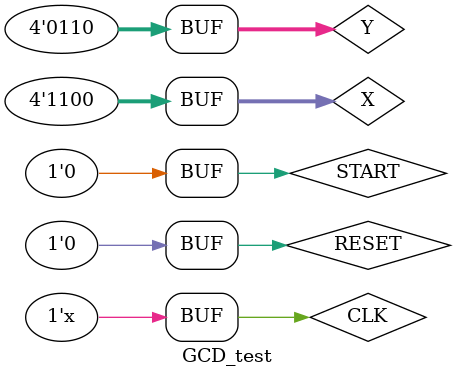
<source format=v>
`timescale 1ns / 1ps


module GCD_test;

	// Inputs
	reg [3:0] X;
	reg [3:0] Y;
	reg START;
	reg RESET;
	reg CLK;

	// Outputs
	wire [3:0] GCD_OUT;
	wire DONE;

	// Instantiate the Unit Under Test (UUT)
	GCD_wrapper_func uut (
		.X(X), 
		.Y(Y), 
		.START(START), 
		.RESET(RESET), 
		.GCD_OUT(GCD_OUT), 
		.DONE(DONE), 
		.CLK(CLK)
	); 
	
	always begin
		CLK = ~CLK; 
		#1;
	end

	initial begin
		// Initialize Inputs
		X = 0;
		Y = 0;
		START = 0;
		RESET = 0;
		CLK = 0;

		// Wait 100 ns for global reset to finish
		#100;
		
		RESET = 1;
		#100;
		RESET = 0;
		

		#100;
		
		X = 12;
		Y = 6;
		
		#100;
		
		START = 1;
		#100;
		START = 0;
		
		#250;
		RESET = 1;
		#50;
		RESET = 0;
		
		
        
		// Add stimulus here

	end
      
endmodule


</source>
